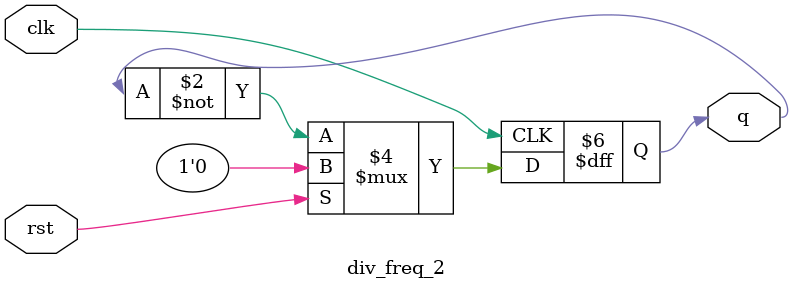
<source format=v>
module div_freq_2 (q,clk,rst);
  input rst,clk;
  output reg q;
  always@(posedge clk)
    if (rst)
      q <= 0;
    else 
      q <= ~q;
endmodule
</source>
